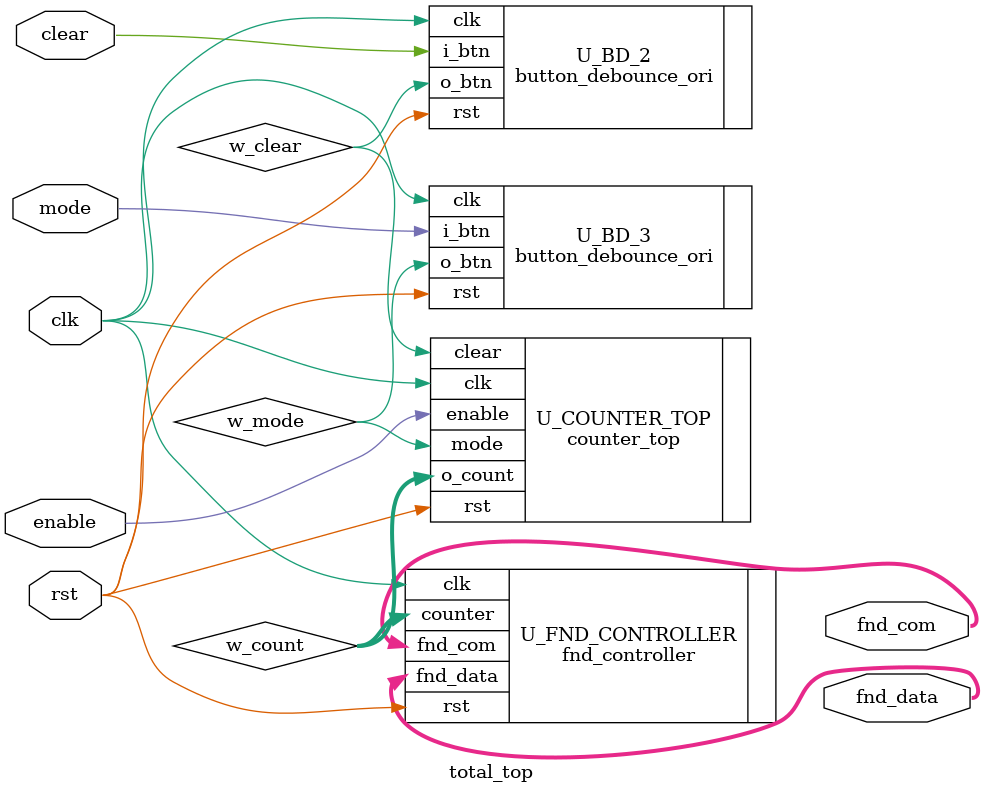
<source format=v>
`timescale 1ns / 1ps


module total_top(
    input clk,
    input rst,
    output [3:0] fnd_com,
    output [7:0] fnd_data,
    input enable,
    input clear,
    input mode
    );

    wire [13:0] w_count;
    wire w_enable;
    wire w_clear;
    wire w_mode;

// button_debounce_ori U_BD_1(
//     .clk(clk),
//     .rst(rst),
//     .i_btn(enable),
//     .o_btn(w_enable)
// );

button_debounce_ori U_BD_2(
    .clk(clk),
    .rst(rst),
    .i_btn(clear),
    .o_btn(w_clear)
);

button_debounce_ori U_BD_3(
    .clk(clk),
    .rst(rst),
    .i_btn(mode),
    .o_btn(w_mode)
);

counter_top U_COUNTER_TOP(
    .clk(clk),
    .rst(rst),
    .o_count(w_count),
    .enable(enable),
    .clear(w_clear),
    .mode(w_mode)
    );


fnd_controller U_FND_CONTROLLER(
    .clk(clk),
    .rst(rst),
    .counter(w_count),
    .fnd_com(fnd_com),
    .fnd_data(fnd_data)
    );

endmodule

</source>
